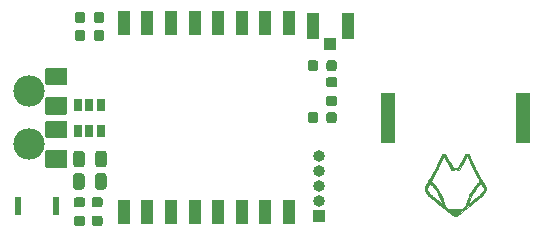
<source format=gts>
%TF.GenerationSoftware,KiCad,Pcbnew,5.1.8-db9833491~88~ubuntu20.04.1*%
%TF.CreationDate,2021-02-21T13:37:15+01:00*%
%TF.ProjectId,RF_STICK,52465f53-5449-4434-9b2e-6b696361645f,rev?*%
%TF.SameCoordinates,PX8f0d180PY41cdb40*%
%TF.FileFunction,Soldermask,Top*%
%TF.FilePolarity,Negative*%
%FSLAX46Y46*%
G04 Gerber Fmt 4.6, Leading zero omitted, Abs format (unit mm)*
G04 Created by KiCad (PCBNEW 5.1.8-db9833491~88~ubuntu20.04.1) date 2021-02-21 13:37:15*
%MOMM*%
%LPD*%
G01*
G04 APERTURE LIST*
%ADD10C,0.010000*%
%ADD11R,0.550000X1.500000*%
%ADD12R,1.000000X1.000000*%
%ADD13O,1.000000X1.000000*%
%ADD14R,1.050000X2.200000*%
%ADD15R,1.000000X1.050000*%
%ADD16R,0.650000X1.060000*%
%ADD17R,1.150000X4.200000*%
%ADD18R,1.000000X2.000000*%
%ADD19C,2.660000*%
G04 APERTURE END LIST*
D10*
%TO.C,MARK1*%
G36*
X37409364Y6398781D02*
G01*
X37431629Y6370224D01*
X37458419Y6330180D01*
X37484821Y6286109D01*
X37491278Y6274427D01*
X37505577Y6248376D01*
X37529039Y6206072D01*
X37560441Y6149705D01*
X37598557Y6081465D01*
X37642164Y6003540D01*
X37690037Y5918122D01*
X37740952Y5827398D01*
X37793685Y5733560D01*
X37797175Y5727354D01*
X38057568Y5264333D01*
X38492432Y5264333D01*
X38752825Y5727354D01*
X38805634Y5821321D01*
X38856706Y5912315D01*
X38904816Y5998149D01*
X38948740Y6076631D01*
X38987254Y6145573D01*
X39019133Y6202785D01*
X39043153Y6246078D01*
X39058089Y6273261D01*
X39058722Y6274427D01*
X39084171Y6318305D01*
X39111341Y6360179D01*
X39135320Y6392591D01*
X39140635Y6398781D01*
X39177046Y6439083D01*
X39363252Y6439083D01*
X39394671Y6396361D01*
X39405485Y6378228D01*
X39424174Y6342995D01*
X39449702Y6292765D01*
X39481035Y6229637D01*
X39517139Y6155714D01*
X39556979Y6073097D01*
X39599521Y5983887D01*
X39640860Y5896298D01*
X39714077Y5740417D01*
X39779269Y5601790D01*
X39837409Y5478512D01*
X39889472Y5368676D01*
X39936430Y5270377D01*
X39979256Y5181711D01*
X40018923Y5100771D01*
X40056404Y5025653D01*
X40092673Y4954450D01*
X40128702Y4885258D01*
X40165465Y4816170D01*
X40203934Y4745282D01*
X40245083Y4670687D01*
X40289884Y4590482D01*
X40339312Y4502759D01*
X40394338Y4405614D01*
X40455936Y4297141D01*
X40471641Y4269500D01*
X40841458Y3618625D01*
X40844988Y3500648D01*
X40846068Y3445602D01*
X40844906Y3405002D01*
X40840687Y3372174D01*
X40832598Y3340445D01*
X40821433Y3307585D01*
X40775529Y3198811D01*
X40718644Y3099327D01*
X40647274Y3003573D01*
X40588016Y2937048D01*
X40571807Y2922020D01*
X40540108Y2894665D01*
X40493981Y2855849D01*
X40434488Y2806437D01*
X40362690Y2747296D01*
X40279650Y2679292D01*
X40186430Y2603289D01*
X40084092Y2520155D01*
X39973698Y2430754D01*
X39856309Y2335954D01*
X39732989Y2236618D01*
X39604799Y2133614D01*
X39472801Y2027807D01*
X39468340Y2024236D01*
X38412722Y1179167D01*
X38272423Y1179956D01*
X38132125Y1180745D01*
X37091371Y2014685D01*
X36960376Y2119728D01*
X36833222Y2221845D01*
X36710970Y2320174D01*
X36594684Y2413856D01*
X36485424Y2502029D01*
X36384252Y2583834D01*
X36292231Y2658410D01*
X36210422Y2724896D01*
X36139888Y2782432D01*
X36081689Y2830156D01*
X36036889Y2867209D01*
X36006549Y2892730D01*
X35992055Y2905542D01*
X35948600Y2951465D01*
X35901863Y3006961D01*
X35856243Y3066257D01*
X35816140Y3123583D01*
X35785956Y3173165D01*
X35781372Y3181889D01*
X35764128Y3219025D01*
X35744621Y3265631D01*
X35728475Y3307839D01*
X35716277Y3344143D01*
X35708665Y3375651D01*
X35704829Y3409031D01*
X35703958Y3450948D01*
X35704332Y3468601D01*
X35856930Y3468601D01*
X35868404Y3423350D01*
X35890794Y3368575D01*
X35922365Y3307277D01*
X35961383Y3242456D01*
X36006111Y3177114D01*
X36054816Y3114251D01*
X36105762Y3056869D01*
X36127934Y3034620D01*
X36142610Y3021728D01*
X36171416Y2997557D01*
X36212658Y2963472D01*
X36264642Y2920840D01*
X36325675Y2871026D01*
X36394063Y2815397D01*
X36468112Y2755319D01*
X36546128Y2692158D01*
X36626418Y2627280D01*
X36707289Y2562051D01*
X36787045Y2497837D01*
X36863995Y2436004D01*
X36936443Y2377919D01*
X37002696Y2324946D01*
X37061061Y2278454D01*
X37109844Y2239807D01*
X37147351Y2210371D01*
X37171889Y2191514D01*
X37181763Y2184600D01*
X37181824Y2184591D01*
X37179406Y2193985D01*
X37171249Y2219753D01*
X37158536Y2258270D01*
X37142453Y2305906D01*
X37137355Y2320829D01*
X37069510Y2503016D01*
X36988700Y2692960D01*
X36897511Y2885629D01*
X36798527Y3075988D01*
X36694334Y3259005D01*
X36587518Y3429644D01*
X36509346Y3543538D01*
X36467445Y3598097D01*
X36417045Y3657602D01*
X36361856Y3718201D01*
X36305589Y3776042D01*
X36251952Y3827271D01*
X36204656Y3868036D01*
X36177518Y3888142D01*
X36145110Y3909038D01*
X36119381Y3924253D01*
X36105457Y3930775D01*
X36104916Y3930833D01*
X36097635Y3922087D01*
X36081940Y3897936D01*
X36059634Y3861516D01*
X36032518Y3815963D01*
X36002395Y3764412D01*
X35971064Y3709997D01*
X35940329Y3655854D01*
X35911990Y3605119D01*
X35887849Y3560925D01*
X35869708Y3526409D01*
X35859367Y3504705D01*
X35858108Y3501326D01*
X35856930Y3468601D01*
X35704332Y3468601D01*
X35705012Y3500648D01*
X35708542Y3618625D01*
X35979453Y4095427D01*
X36193055Y4095427D01*
X36200732Y4085743D01*
X36223100Y4070911D01*
X36255378Y4054084D01*
X36256555Y4053532D01*
X36285990Y4037916D01*
X36316240Y4017439D01*
X36350465Y3989483D01*
X36391826Y3951429D01*
X36443483Y3900661D01*
X36454667Y3889418D01*
X36551478Y3784980D01*
X36644592Y3670114D01*
X36735481Y3542651D01*
X36825615Y3400420D01*
X36916467Y3241252D01*
X36992804Y3096042D01*
X37078159Y2923096D01*
X37151437Y2763123D01*
X37213974Y2612723D01*
X37267104Y2468493D01*
X37312165Y2327033D01*
X37350273Y2185825D01*
X37364089Y2130819D01*
X37376604Y2082743D01*
X37386761Y2045534D01*
X37393499Y2023130D01*
X37395173Y2018852D01*
X37405102Y2008871D01*
X37429115Y1987841D01*
X37464709Y1957862D01*
X37509379Y1921032D01*
X37560622Y1879449D01*
X37581792Y1862442D01*
X37645916Y1811642D01*
X37695740Y1773570D01*
X37732939Y1747072D01*
X37759191Y1730996D01*
X37776173Y1724188D01*
X37782875Y1724140D01*
X37803840Y1729804D01*
X37837589Y1738806D01*
X37872833Y1748145D01*
X37895326Y1753351D01*
X37920749Y1757475D01*
X37951709Y1760631D01*
X37990813Y1762933D01*
X38040667Y1764494D01*
X38103877Y1765427D01*
X38183052Y1765845D01*
X38280292Y1765863D01*
X38375183Y1765652D01*
X38451657Y1765198D01*
X38512465Y1764346D01*
X38560357Y1762943D01*
X38598081Y1760835D01*
X38628390Y1757866D01*
X38654031Y1753884D01*
X38677756Y1748733D01*
X38702315Y1742260D01*
X38702571Y1742189D01*
X38744691Y1731919D01*
X38777592Y1726642D01*
X38796299Y1727104D01*
X38797821Y1727890D01*
X38835294Y1757006D01*
X38879835Y1792228D01*
X38928630Y1831260D01*
X38978859Y1871803D01*
X39027708Y1911562D01*
X39072358Y1948241D01*
X39109993Y1979541D01*
X39137796Y2003168D01*
X39152950Y2016823D01*
X39154827Y2018957D01*
X39159611Y2033084D01*
X39168306Y2063853D01*
X39179853Y2107329D01*
X39193194Y2159579D01*
X39199727Y2185825D01*
X39201431Y2192136D01*
X39376986Y2192136D01*
X39378317Y2192298D01*
X39388751Y2200595D01*
X39414244Y2220941D01*
X39453327Y2252163D01*
X39504532Y2293085D01*
X39566391Y2342535D01*
X39637433Y2399338D01*
X39716191Y2462320D01*
X39801196Y2530306D01*
X39890979Y2602124D01*
X39894250Y2604741D01*
X40007870Y2695779D01*
X40106212Y2774978D01*
X40190654Y2843560D01*
X40262569Y2902754D01*
X40323333Y2953784D01*
X40374322Y2997876D01*
X40416910Y3036255D01*
X40452474Y3070147D01*
X40482389Y3100779D01*
X40508029Y3129374D01*
X40530770Y3157160D01*
X40551988Y3185362D01*
X40562866Y3200583D01*
X40601905Y3260480D01*
X40635982Y3321373D01*
X40663539Y3379634D01*
X40683022Y3431638D01*
X40692874Y3473758D01*
X40691892Y3501326D01*
X40684083Y3518841D01*
X40667964Y3550054D01*
X40645336Y3591831D01*
X40618000Y3641035D01*
X40587760Y3694533D01*
X40556415Y3749189D01*
X40525767Y3801867D01*
X40497619Y3849433D01*
X40473771Y3888751D01*
X40456026Y3916687D01*
X40446184Y3930105D01*
X40445083Y3930833D01*
X40432603Y3925334D01*
X40407813Y3910843D01*
X40375836Y3890375D01*
X40372481Y3888142D01*
X40331766Y3856903D01*
X40282135Y3812526D01*
X40227300Y3758865D01*
X40170969Y3699772D01*
X40116852Y3639098D01*
X40068658Y3580697D01*
X40040653Y3543538D01*
X39933096Y3384418D01*
X39826350Y3209232D01*
X39722996Y3023007D01*
X39625614Y2830770D01*
X39536787Y2637547D01*
X39459094Y2448366D01*
X39412202Y2319536D01*
X39396175Y2270849D01*
X39384388Y2231226D01*
X39377704Y2203908D01*
X39376986Y2192136D01*
X39201431Y2192136D01*
X39238090Y2327902D01*
X39283196Y2469368D01*
X39336381Y2613626D01*
X39398979Y2764075D01*
X39472327Y2924117D01*
X39557196Y3096042D01*
X39649742Y3270774D01*
X39740359Y3426784D01*
X39830520Y3566241D01*
X39921696Y3691315D01*
X40015357Y3804176D01*
X40095333Y3889418D01*
X40149292Y3942885D01*
X40192357Y3983142D01*
X40227690Y4012806D01*
X40258449Y4034497D01*
X40287795Y4050831D01*
X40293444Y4053532D01*
X40325968Y4070371D01*
X40348738Y4085320D01*
X40356975Y4095223D01*
X40356944Y4095427D01*
X40351363Y4106834D01*
X40336452Y4134564D01*
X40313361Y4176547D01*
X40283243Y4230715D01*
X40247246Y4295001D01*
X40206523Y4367337D01*
X40162223Y4445654D01*
X40153774Y4460552D01*
X40101831Y4552813D01*
X40053780Y4639850D01*
X40008036Y4724770D01*
X39963010Y4810683D01*
X39917115Y4900696D01*
X39868766Y4997917D01*
X39816375Y5105455D01*
X39758355Y5226417D01*
X39700168Y5349000D01*
X39651291Y5452444D01*
X39603680Y5553381D01*
X39558379Y5649588D01*
X39516429Y5738846D01*
X39478872Y5818933D01*
X39446750Y5887628D01*
X39421107Y5942710D01*
X39402983Y5981959D01*
X39397233Y5994583D01*
X39372031Y6049500D01*
X39344922Y6107134D01*
X39319907Y6159037D01*
X39307322Y6184399D01*
X39267592Y6263090D01*
X39248032Y6237316D01*
X39236697Y6219414D01*
X39217877Y6186416D01*
X39193655Y6142108D01*
X39166110Y6090276D01*
X39146609Y6052792D01*
X39118760Y5999351D01*
X39093604Y5952132D01*
X39072994Y5914529D01*
X39058779Y5889934D01*
X39053519Y5882159D01*
X39046083Y5870631D01*
X39029477Y5842607D01*
X39004840Y5800078D01*
X38973309Y5745034D01*
X38936023Y5679467D01*
X38894119Y5605367D01*
X38848737Y5524725D01*
X38825333Y5482996D01*
X38608375Y5095715D01*
X38548037Y5095358D01*
X38501263Y5098156D01*
X38450167Y5105674D01*
X38426751Y5110875D01*
X38366194Y5121402D01*
X38294323Y5125942D01*
X38220128Y5124497D01*
X38152598Y5117066D01*
X38123249Y5110875D01*
X38076234Y5101674D01*
X38025212Y5096127D01*
X38001963Y5095358D01*
X37941625Y5095715D01*
X37724667Y5482996D01*
X37677983Y5566139D01*
X37634214Y5643727D01*
X37594500Y5713767D01*
X37559978Y5774269D01*
X37531786Y5823243D01*
X37511062Y5858696D01*
X37498944Y5878639D01*
X37496481Y5882159D01*
X37488073Y5895176D01*
X37471925Y5923667D01*
X37449886Y5964238D01*
X37423810Y6013497D01*
X37403390Y6052792D01*
X37374777Y6107571D01*
X37348075Y6157392D01*
X37325367Y6198469D01*
X37308732Y6227015D01*
X37301968Y6237316D01*
X37282408Y6263090D01*
X37242678Y6184399D01*
X37220928Y6140194D01*
X37194628Y6085074D01*
X37167782Y6027489D01*
X37152767Y5994583D01*
X37138647Y5963775D01*
X37116504Y5916061D01*
X37087380Y5853661D01*
X37052318Y5778797D01*
X37012359Y5693690D01*
X36968545Y5600561D01*
X36921919Y5501631D01*
X36873524Y5399120D01*
X36849831Y5349000D01*
X36785407Y5213339D01*
X36728035Y5093892D01*
X36676130Y4987553D01*
X36628105Y4891211D01*
X36582372Y4801760D01*
X36537345Y4716092D01*
X36491437Y4631097D01*
X36443062Y4543669D01*
X36396226Y4460552D01*
X36351394Y4381359D01*
X36309926Y4307768D01*
X36272973Y4241846D01*
X36241687Y4185660D01*
X36217217Y4141280D01*
X36200714Y4110773D01*
X36193330Y4096206D01*
X36193055Y4095427D01*
X35979453Y4095427D01*
X36078359Y4269500D01*
X36141661Y4380944D01*
X36198160Y4480607D01*
X36248830Y4570396D01*
X36294642Y4652214D01*
X36336570Y4727969D01*
X36375588Y4799565D01*
X36412668Y4868908D01*
X36448783Y4937903D01*
X36484907Y5008456D01*
X36522012Y5082472D01*
X36561072Y5161856D01*
X36603059Y5248514D01*
X36648947Y5344352D01*
X36699709Y5451275D01*
X36756318Y5571188D01*
X36819747Y5705996D01*
X36890969Y5857606D01*
X36909139Y5896298D01*
X36953272Y5989775D01*
X36995672Y6078625D01*
X37035303Y6160747D01*
X37071132Y6234040D01*
X37102123Y6296402D01*
X37127243Y6345732D01*
X37145457Y6379929D01*
X37155329Y6396361D01*
X37186748Y6439083D01*
X37372953Y6439083D01*
X37409364Y6398781D01*
G37*
X37409364Y6398781D02*
X37431629Y6370224D01*
X37458419Y6330180D01*
X37484821Y6286109D01*
X37491278Y6274427D01*
X37505577Y6248376D01*
X37529039Y6206072D01*
X37560441Y6149705D01*
X37598557Y6081465D01*
X37642164Y6003540D01*
X37690037Y5918122D01*
X37740952Y5827398D01*
X37793685Y5733560D01*
X37797175Y5727354D01*
X38057568Y5264333D01*
X38492432Y5264333D01*
X38752825Y5727354D01*
X38805634Y5821321D01*
X38856706Y5912315D01*
X38904816Y5998149D01*
X38948740Y6076631D01*
X38987254Y6145573D01*
X39019133Y6202785D01*
X39043153Y6246078D01*
X39058089Y6273261D01*
X39058722Y6274427D01*
X39084171Y6318305D01*
X39111341Y6360179D01*
X39135320Y6392591D01*
X39140635Y6398781D01*
X39177046Y6439083D01*
X39363252Y6439083D01*
X39394671Y6396361D01*
X39405485Y6378228D01*
X39424174Y6342995D01*
X39449702Y6292765D01*
X39481035Y6229637D01*
X39517139Y6155714D01*
X39556979Y6073097D01*
X39599521Y5983887D01*
X39640860Y5896298D01*
X39714077Y5740417D01*
X39779269Y5601790D01*
X39837409Y5478512D01*
X39889472Y5368676D01*
X39936430Y5270377D01*
X39979256Y5181711D01*
X40018923Y5100771D01*
X40056404Y5025653D01*
X40092673Y4954450D01*
X40128702Y4885258D01*
X40165465Y4816170D01*
X40203934Y4745282D01*
X40245083Y4670687D01*
X40289884Y4590482D01*
X40339312Y4502759D01*
X40394338Y4405614D01*
X40455936Y4297141D01*
X40471641Y4269500D01*
X40841458Y3618625D01*
X40844988Y3500648D01*
X40846068Y3445602D01*
X40844906Y3405002D01*
X40840687Y3372174D01*
X40832598Y3340445D01*
X40821433Y3307585D01*
X40775529Y3198811D01*
X40718644Y3099327D01*
X40647274Y3003573D01*
X40588016Y2937048D01*
X40571807Y2922020D01*
X40540108Y2894665D01*
X40493981Y2855849D01*
X40434488Y2806437D01*
X40362690Y2747296D01*
X40279650Y2679292D01*
X40186430Y2603289D01*
X40084092Y2520155D01*
X39973698Y2430754D01*
X39856309Y2335954D01*
X39732989Y2236618D01*
X39604799Y2133614D01*
X39472801Y2027807D01*
X39468340Y2024236D01*
X38412722Y1179167D01*
X38272423Y1179956D01*
X38132125Y1180745D01*
X37091371Y2014685D01*
X36960376Y2119728D01*
X36833222Y2221845D01*
X36710970Y2320174D01*
X36594684Y2413856D01*
X36485424Y2502029D01*
X36384252Y2583834D01*
X36292231Y2658410D01*
X36210422Y2724896D01*
X36139888Y2782432D01*
X36081689Y2830156D01*
X36036889Y2867209D01*
X36006549Y2892730D01*
X35992055Y2905542D01*
X35948600Y2951465D01*
X35901863Y3006961D01*
X35856243Y3066257D01*
X35816140Y3123583D01*
X35785956Y3173165D01*
X35781372Y3181889D01*
X35764128Y3219025D01*
X35744621Y3265631D01*
X35728475Y3307839D01*
X35716277Y3344143D01*
X35708665Y3375651D01*
X35704829Y3409031D01*
X35703958Y3450948D01*
X35704332Y3468601D01*
X35856930Y3468601D01*
X35868404Y3423350D01*
X35890794Y3368575D01*
X35922365Y3307277D01*
X35961383Y3242456D01*
X36006111Y3177114D01*
X36054816Y3114251D01*
X36105762Y3056869D01*
X36127934Y3034620D01*
X36142610Y3021728D01*
X36171416Y2997557D01*
X36212658Y2963472D01*
X36264642Y2920840D01*
X36325675Y2871026D01*
X36394063Y2815397D01*
X36468112Y2755319D01*
X36546128Y2692158D01*
X36626418Y2627280D01*
X36707289Y2562051D01*
X36787045Y2497837D01*
X36863995Y2436004D01*
X36936443Y2377919D01*
X37002696Y2324946D01*
X37061061Y2278454D01*
X37109844Y2239807D01*
X37147351Y2210371D01*
X37171889Y2191514D01*
X37181763Y2184600D01*
X37181824Y2184591D01*
X37179406Y2193985D01*
X37171249Y2219753D01*
X37158536Y2258270D01*
X37142453Y2305906D01*
X37137355Y2320829D01*
X37069510Y2503016D01*
X36988700Y2692960D01*
X36897511Y2885629D01*
X36798527Y3075988D01*
X36694334Y3259005D01*
X36587518Y3429644D01*
X36509346Y3543538D01*
X36467445Y3598097D01*
X36417045Y3657602D01*
X36361856Y3718201D01*
X36305589Y3776042D01*
X36251952Y3827271D01*
X36204656Y3868036D01*
X36177518Y3888142D01*
X36145110Y3909038D01*
X36119381Y3924253D01*
X36105457Y3930775D01*
X36104916Y3930833D01*
X36097635Y3922087D01*
X36081940Y3897936D01*
X36059634Y3861516D01*
X36032518Y3815963D01*
X36002395Y3764412D01*
X35971064Y3709997D01*
X35940329Y3655854D01*
X35911990Y3605119D01*
X35887849Y3560925D01*
X35869708Y3526409D01*
X35859367Y3504705D01*
X35858108Y3501326D01*
X35856930Y3468601D01*
X35704332Y3468601D01*
X35705012Y3500648D01*
X35708542Y3618625D01*
X35979453Y4095427D01*
X36193055Y4095427D01*
X36200732Y4085743D01*
X36223100Y4070911D01*
X36255378Y4054084D01*
X36256555Y4053532D01*
X36285990Y4037916D01*
X36316240Y4017439D01*
X36350465Y3989483D01*
X36391826Y3951429D01*
X36443483Y3900661D01*
X36454667Y3889418D01*
X36551478Y3784980D01*
X36644592Y3670114D01*
X36735481Y3542651D01*
X36825615Y3400420D01*
X36916467Y3241252D01*
X36992804Y3096042D01*
X37078159Y2923096D01*
X37151437Y2763123D01*
X37213974Y2612723D01*
X37267104Y2468493D01*
X37312165Y2327033D01*
X37350273Y2185825D01*
X37364089Y2130819D01*
X37376604Y2082743D01*
X37386761Y2045534D01*
X37393499Y2023130D01*
X37395173Y2018852D01*
X37405102Y2008871D01*
X37429115Y1987841D01*
X37464709Y1957862D01*
X37509379Y1921032D01*
X37560622Y1879449D01*
X37581792Y1862442D01*
X37645916Y1811642D01*
X37695740Y1773570D01*
X37732939Y1747072D01*
X37759191Y1730996D01*
X37776173Y1724188D01*
X37782875Y1724140D01*
X37803840Y1729804D01*
X37837589Y1738806D01*
X37872833Y1748145D01*
X37895326Y1753351D01*
X37920749Y1757475D01*
X37951709Y1760631D01*
X37990813Y1762933D01*
X38040667Y1764494D01*
X38103877Y1765427D01*
X38183052Y1765845D01*
X38280292Y1765863D01*
X38375183Y1765652D01*
X38451657Y1765198D01*
X38512465Y1764346D01*
X38560357Y1762943D01*
X38598081Y1760835D01*
X38628390Y1757866D01*
X38654031Y1753884D01*
X38677756Y1748733D01*
X38702315Y1742260D01*
X38702571Y1742189D01*
X38744691Y1731919D01*
X38777592Y1726642D01*
X38796299Y1727104D01*
X38797821Y1727890D01*
X38835294Y1757006D01*
X38879835Y1792228D01*
X38928630Y1831260D01*
X38978859Y1871803D01*
X39027708Y1911562D01*
X39072358Y1948241D01*
X39109993Y1979541D01*
X39137796Y2003168D01*
X39152950Y2016823D01*
X39154827Y2018957D01*
X39159611Y2033084D01*
X39168306Y2063853D01*
X39179853Y2107329D01*
X39193194Y2159579D01*
X39199727Y2185825D01*
X39201431Y2192136D01*
X39376986Y2192136D01*
X39378317Y2192298D01*
X39388751Y2200595D01*
X39414244Y2220941D01*
X39453327Y2252163D01*
X39504532Y2293085D01*
X39566391Y2342535D01*
X39637433Y2399338D01*
X39716191Y2462320D01*
X39801196Y2530306D01*
X39890979Y2602124D01*
X39894250Y2604741D01*
X40007870Y2695779D01*
X40106212Y2774978D01*
X40190654Y2843560D01*
X40262569Y2902754D01*
X40323333Y2953784D01*
X40374322Y2997876D01*
X40416910Y3036255D01*
X40452474Y3070147D01*
X40482389Y3100779D01*
X40508029Y3129374D01*
X40530770Y3157160D01*
X40551988Y3185362D01*
X40562866Y3200583D01*
X40601905Y3260480D01*
X40635982Y3321373D01*
X40663539Y3379634D01*
X40683022Y3431638D01*
X40692874Y3473758D01*
X40691892Y3501326D01*
X40684083Y3518841D01*
X40667964Y3550054D01*
X40645336Y3591831D01*
X40618000Y3641035D01*
X40587760Y3694533D01*
X40556415Y3749189D01*
X40525767Y3801867D01*
X40497619Y3849433D01*
X40473771Y3888751D01*
X40456026Y3916687D01*
X40446184Y3930105D01*
X40445083Y3930833D01*
X40432603Y3925334D01*
X40407813Y3910843D01*
X40375836Y3890375D01*
X40372481Y3888142D01*
X40331766Y3856903D01*
X40282135Y3812526D01*
X40227300Y3758865D01*
X40170969Y3699772D01*
X40116852Y3639098D01*
X40068658Y3580697D01*
X40040653Y3543538D01*
X39933096Y3384418D01*
X39826350Y3209232D01*
X39722996Y3023007D01*
X39625614Y2830770D01*
X39536787Y2637547D01*
X39459094Y2448366D01*
X39412202Y2319536D01*
X39396175Y2270849D01*
X39384388Y2231226D01*
X39377704Y2203908D01*
X39376986Y2192136D01*
X39201431Y2192136D01*
X39238090Y2327902D01*
X39283196Y2469368D01*
X39336381Y2613626D01*
X39398979Y2764075D01*
X39472327Y2924117D01*
X39557196Y3096042D01*
X39649742Y3270774D01*
X39740359Y3426784D01*
X39830520Y3566241D01*
X39921696Y3691315D01*
X40015357Y3804176D01*
X40095333Y3889418D01*
X40149292Y3942885D01*
X40192357Y3983142D01*
X40227690Y4012806D01*
X40258449Y4034497D01*
X40287795Y4050831D01*
X40293444Y4053532D01*
X40325968Y4070371D01*
X40348738Y4085320D01*
X40356975Y4095223D01*
X40356944Y4095427D01*
X40351363Y4106834D01*
X40336452Y4134564D01*
X40313361Y4176547D01*
X40283243Y4230715D01*
X40247246Y4295001D01*
X40206523Y4367337D01*
X40162223Y4445654D01*
X40153774Y4460552D01*
X40101831Y4552813D01*
X40053780Y4639850D01*
X40008036Y4724770D01*
X39963010Y4810683D01*
X39917115Y4900696D01*
X39868766Y4997917D01*
X39816375Y5105455D01*
X39758355Y5226417D01*
X39700168Y5349000D01*
X39651291Y5452444D01*
X39603680Y5553381D01*
X39558379Y5649588D01*
X39516429Y5738846D01*
X39478872Y5818933D01*
X39446750Y5887628D01*
X39421107Y5942710D01*
X39402983Y5981959D01*
X39397233Y5994583D01*
X39372031Y6049500D01*
X39344922Y6107134D01*
X39319907Y6159037D01*
X39307322Y6184399D01*
X39267592Y6263090D01*
X39248032Y6237316D01*
X39236697Y6219414D01*
X39217877Y6186416D01*
X39193655Y6142108D01*
X39166110Y6090276D01*
X39146609Y6052792D01*
X39118760Y5999351D01*
X39093604Y5952132D01*
X39072994Y5914529D01*
X39058779Y5889934D01*
X39053519Y5882159D01*
X39046083Y5870631D01*
X39029477Y5842607D01*
X39004840Y5800078D01*
X38973309Y5745034D01*
X38936023Y5679467D01*
X38894119Y5605367D01*
X38848737Y5524725D01*
X38825333Y5482996D01*
X38608375Y5095715D01*
X38548037Y5095358D01*
X38501263Y5098156D01*
X38450167Y5105674D01*
X38426751Y5110875D01*
X38366194Y5121402D01*
X38294323Y5125942D01*
X38220128Y5124497D01*
X38152598Y5117066D01*
X38123249Y5110875D01*
X38076234Y5101674D01*
X38025212Y5096127D01*
X38001963Y5095358D01*
X37941625Y5095715D01*
X37724667Y5482996D01*
X37677983Y5566139D01*
X37634214Y5643727D01*
X37594500Y5713767D01*
X37559978Y5774269D01*
X37531786Y5823243D01*
X37511062Y5858696D01*
X37498944Y5878639D01*
X37496481Y5882159D01*
X37488073Y5895176D01*
X37471925Y5923667D01*
X37449886Y5964238D01*
X37423810Y6013497D01*
X37403390Y6052792D01*
X37374777Y6107571D01*
X37348075Y6157392D01*
X37325367Y6198469D01*
X37308732Y6227015D01*
X37301968Y6237316D01*
X37282408Y6263090D01*
X37242678Y6184399D01*
X37220928Y6140194D01*
X37194628Y6085074D01*
X37167782Y6027489D01*
X37152767Y5994583D01*
X37138647Y5963775D01*
X37116504Y5916061D01*
X37087380Y5853661D01*
X37052318Y5778797D01*
X37012359Y5693690D01*
X36968545Y5600561D01*
X36921919Y5501631D01*
X36873524Y5399120D01*
X36849831Y5349000D01*
X36785407Y5213339D01*
X36728035Y5093892D01*
X36676130Y4987553D01*
X36628105Y4891211D01*
X36582372Y4801760D01*
X36537345Y4716092D01*
X36491437Y4631097D01*
X36443062Y4543669D01*
X36396226Y4460552D01*
X36351394Y4381359D01*
X36309926Y4307768D01*
X36272973Y4241846D01*
X36241687Y4185660D01*
X36217217Y4141280D01*
X36200714Y4110773D01*
X36193330Y4096206D01*
X36193055Y4095427D01*
X35979453Y4095427D01*
X36078359Y4269500D01*
X36141661Y4380944D01*
X36198160Y4480607D01*
X36248830Y4570396D01*
X36294642Y4652214D01*
X36336570Y4727969D01*
X36375588Y4799565D01*
X36412668Y4868908D01*
X36448783Y4937903D01*
X36484907Y5008456D01*
X36522012Y5082472D01*
X36561072Y5161856D01*
X36603059Y5248514D01*
X36648947Y5344352D01*
X36699709Y5451275D01*
X36756318Y5571188D01*
X36819747Y5705996D01*
X36890969Y5857606D01*
X36909139Y5896298D01*
X36953272Y5989775D01*
X36995672Y6078625D01*
X37035303Y6160747D01*
X37071132Y6234040D01*
X37102123Y6296402D01*
X37127243Y6345732D01*
X37145457Y6379929D01*
X37155329Y6396361D01*
X37186748Y6439083D01*
X37372953Y6439083D01*
X37409364Y6398781D01*
%TD*%
D11*
%TO.C,SW1*%
X4475000Y2025000D03*
X1225000Y2025000D03*
%TD*%
D12*
%TO.C,J2*%
X26725000Y1150000D03*
D13*
X26725000Y2420000D03*
X26725000Y3690000D03*
X26725000Y4960000D03*
X26725000Y6230000D03*
%TD*%
D14*
%TO.C,J3*%
X26225000Y17275000D03*
D15*
X27700000Y15750000D03*
D14*
X29175000Y17275000D03*
%TD*%
D16*
%TO.C,U2*%
X7300000Y8400000D03*
X8250000Y8400000D03*
X6350000Y8400000D03*
X6350000Y10600000D03*
X7300000Y10600000D03*
X8250000Y10600000D03*
%TD*%
%TO.C,R5*%
G36*
G01*
X7650000Y16203750D02*
X7650000Y16716250D01*
G75*
G02*
X7868750Y16935000I218750J0D01*
G01*
X8306250Y16935000D01*
G75*
G02*
X8525000Y16716250I0J-218750D01*
G01*
X8525000Y16203750D01*
G75*
G02*
X8306250Y15985000I-218750J0D01*
G01*
X7868750Y15985000D01*
G75*
G02*
X7650000Y16203750I0J218750D01*
G01*
G37*
G36*
G01*
X6075000Y16203750D02*
X6075000Y16716250D01*
G75*
G02*
X6293750Y16935000I218750J0D01*
G01*
X6731250Y16935000D01*
G75*
G02*
X6950000Y16716250I0J-218750D01*
G01*
X6950000Y16203750D01*
G75*
G02*
X6731250Y15985000I-218750J0D01*
G01*
X6293750Y15985000D01*
G75*
G02*
X6075000Y16203750I0J218750D01*
G01*
G37*
%TD*%
%TO.C,R3*%
G36*
G01*
X26662500Y9756250D02*
X26662500Y9243750D01*
G75*
G02*
X26443750Y9025000I-218750J0D01*
G01*
X26006250Y9025000D01*
G75*
G02*
X25787500Y9243750I0J218750D01*
G01*
X25787500Y9756250D01*
G75*
G02*
X26006250Y9975000I218750J0D01*
G01*
X26443750Y9975000D01*
G75*
G02*
X26662500Y9756250I0J-218750D01*
G01*
G37*
G36*
G01*
X28237500Y9756250D02*
X28237500Y9243750D01*
G75*
G02*
X28018750Y9025000I-218750J0D01*
G01*
X27581250Y9025000D01*
G75*
G02*
X27362500Y9243750I0J218750D01*
G01*
X27362500Y9756250D01*
G75*
G02*
X27581250Y9975000I218750J0D01*
G01*
X28018750Y9975000D01*
G75*
G02*
X28237500Y9756250I0J-218750D01*
G01*
G37*
%TD*%
%TO.C,R2*%
G36*
G01*
X28056250Y12062500D02*
X27543750Y12062500D01*
G75*
G02*
X27325000Y12281250I0J218750D01*
G01*
X27325000Y12718750D01*
G75*
G02*
X27543750Y12937500I218750J0D01*
G01*
X28056250Y12937500D01*
G75*
G02*
X28275000Y12718750I0J-218750D01*
G01*
X28275000Y12281250D01*
G75*
G02*
X28056250Y12062500I-218750J0D01*
G01*
G37*
G36*
G01*
X28056250Y10487500D02*
X27543750Y10487500D01*
G75*
G02*
X27325000Y10706250I0J218750D01*
G01*
X27325000Y11143750D01*
G75*
G02*
X27543750Y11362500I218750J0D01*
G01*
X28056250Y11362500D01*
G75*
G02*
X28275000Y11143750I0J-218750D01*
G01*
X28275000Y10706250D01*
G75*
G02*
X28056250Y10487500I-218750J0D01*
G01*
G37*
%TD*%
%TO.C,R1*%
G36*
G01*
X26662500Y14156250D02*
X26662500Y13643750D01*
G75*
G02*
X26443750Y13425000I-218750J0D01*
G01*
X26006250Y13425000D01*
G75*
G02*
X25787500Y13643750I0J218750D01*
G01*
X25787500Y14156250D01*
G75*
G02*
X26006250Y14375000I218750J0D01*
G01*
X26443750Y14375000D01*
G75*
G02*
X26662500Y14156250I0J-218750D01*
G01*
G37*
G36*
G01*
X28237500Y14156250D02*
X28237500Y13643750D01*
G75*
G02*
X28018750Y13425000I-218750J0D01*
G01*
X27581250Y13425000D01*
G75*
G02*
X27362500Y13643750I0J218750D01*
G01*
X27362500Y14156250D01*
G75*
G02*
X27581250Y14375000I218750J0D01*
G01*
X28018750Y14375000D01*
G75*
G02*
X28237500Y14156250I0J-218750D01*
G01*
G37*
%TD*%
%TO.C,FB1*%
G36*
G01*
X6887500Y4556250D02*
X6887500Y3643750D01*
G75*
G02*
X6643750Y3400000I-243750J0D01*
G01*
X6156250Y3400000D01*
G75*
G02*
X5912500Y3643750I0J243750D01*
G01*
X5912500Y4556250D01*
G75*
G02*
X6156250Y4800000I243750J0D01*
G01*
X6643750Y4800000D01*
G75*
G02*
X6887500Y4556250I0J-243750D01*
G01*
G37*
G36*
G01*
X8762500Y4556250D02*
X8762500Y3643750D01*
G75*
G02*
X8518750Y3400000I-243750J0D01*
G01*
X8031250Y3400000D01*
G75*
G02*
X7787500Y3643750I0J243750D01*
G01*
X7787500Y4556250D01*
G75*
G02*
X8031250Y4800000I243750J0D01*
G01*
X8518750Y4800000D01*
G75*
G02*
X8762500Y4556250I0J-243750D01*
G01*
G37*
%TD*%
%TO.C,D3*%
G36*
G01*
X8206250Y1900000D02*
X7693750Y1900000D01*
G75*
G02*
X7475000Y2118750I0J218750D01*
G01*
X7475000Y2556250D01*
G75*
G02*
X7693750Y2775000I218750J0D01*
G01*
X8206250Y2775000D01*
G75*
G02*
X8425000Y2556250I0J-218750D01*
G01*
X8425000Y2118750D01*
G75*
G02*
X8206250Y1900000I-218750J0D01*
G01*
G37*
G36*
G01*
X8206250Y325000D02*
X7693750Y325000D01*
G75*
G02*
X7475000Y543750I0J218750D01*
G01*
X7475000Y981250D01*
G75*
G02*
X7693750Y1200000I218750J0D01*
G01*
X8206250Y1200000D01*
G75*
G02*
X8425000Y981250I0J-218750D01*
G01*
X8425000Y543750D01*
G75*
G02*
X8206250Y325000I-218750J0D01*
G01*
G37*
%TD*%
%TO.C,D2*%
G36*
G01*
X6706250Y1900000D02*
X6193750Y1900000D01*
G75*
G02*
X5975000Y2118750I0J218750D01*
G01*
X5975000Y2556250D01*
G75*
G02*
X6193750Y2775000I218750J0D01*
G01*
X6706250Y2775000D01*
G75*
G02*
X6925000Y2556250I0J-218750D01*
G01*
X6925000Y2118750D01*
G75*
G02*
X6706250Y1900000I-218750J0D01*
G01*
G37*
G36*
G01*
X6706250Y325000D02*
X6193750Y325000D01*
G75*
G02*
X5975000Y543750I0J218750D01*
G01*
X5975000Y981250D01*
G75*
G02*
X6193750Y1200000I218750J0D01*
G01*
X6706250Y1200000D01*
G75*
G02*
X6925000Y981250I0J-218750D01*
G01*
X6925000Y543750D01*
G75*
G02*
X6706250Y325000I-218750J0D01*
G01*
G37*
%TD*%
%TO.C,D1*%
G36*
G01*
X6950000Y18236250D02*
X6950000Y17723750D01*
G75*
G02*
X6731250Y17505000I-218750J0D01*
G01*
X6293750Y17505000D01*
G75*
G02*
X6075000Y17723750I0J218750D01*
G01*
X6075000Y18236250D01*
G75*
G02*
X6293750Y18455000I218750J0D01*
G01*
X6731250Y18455000D01*
G75*
G02*
X6950000Y18236250I0J-218750D01*
G01*
G37*
G36*
G01*
X8525000Y18236250D02*
X8525000Y17723750D01*
G75*
G02*
X8306250Y17505000I-218750J0D01*
G01*
X7868750Y17505000D01*
G75*
G02*
X7650000Y17723750I0J218750D01*
G01*
X7650000Y18236250D01*
G75*
G02*
X7868750Y18455000I218750J0D01*
G01*
X8306250Y18455000D01*
G75*
G02*
X8525000Y18236250I0J-218750D01*
G01*
G37*
%TD*%
%TO.C,C1*%
G36*
G01*
X7787500Y5543750D02*
X7787500Y6456250D01*
G75*
G02*
X8031250Y6700000I243750J0D01*
G01*
X8518750Y6700000D01*
G75*
G02*
X8762500Y6456250I0J-243750D01*
G01*
X8762500Y5543750D01*
G75*
G02*
X8518750Y5300000I-243750J0D01*
G01*
X8031250Y5300000D01*
G75*
G02*
X7787500Y5543750I0J243750D01*
G01*
G37*
G36*
G01*
X5912500Y5543750D02*
X5912500Y6456250D01*
G75*
G02*
X6156250Y6700000I243750J0D01*
G01*
X6643750Y6700000D01*
G75*
G02*
X6887500Y6456250I0J-243750D01*
G01*
X6887500Y5543750D01*
G75*
G02*
X6643750Y5300000I-243750J0D01*
G01*
X6156250Y5300000D01*
G75*
G02*
X5912500Y5543750I0J243750D01*
G01*
G37*
%TD*%
D17*
%TO.C,AE1*%
X44000000Y9500000D03*
X32550000Y9500000D03*
%TD*%
D18*
%TO.C,U3*%
X10200000Y17500000D03*
X12200000Y17500000D03*
X14200000Y17500000D03*
X16200000Y17500000D03*
X18200000Y17500000D03*
X20200000Y17500000D03*
X22200000Y17500000D03*
X24200000Y17500000D03*
X24200000Y1500000D03*
X22200000Y1500000D03*
X20200000Y1500000D03*
X18200000Y1500000D03*
X16200000Y1500000D03*
X14200000Y1500000D03*
X12200000Y1500000D03*
X10200000Y1500000D03*
%TD*%
%TO.C,J1*%
G36*
G01*
X3570000Y5350000D02*
X3570000Y6650000D01*
G75*
G02*
X3650000Y6730000I80000J0D01*
G01*
X5350000Y6730000D01*
G75*
G02*
X5430000Y6650000I0J-80000D01*
G01*
X5430000Y5350000D01*
G75*
G02*
X5350000Y5270000I-80000J0D01*
G01*
X3650000Y5270000D01*
G75*
G02*
X3570000Y5350000I0J80000D01*
G01*
G37*
G36*
G01*
X3570000Y7850000D02*
X3570000Y9150000D01*
G75*
G02*
X3650000Y9230000I80000J0D01*
G01*
X5350000Y9230000D01*
G75*
G02*
X5430000Y9150000I0J-80000D01*
G01*
X5430000Y7850000D01*
G75*
G02*
X5350000Y7770000I-80000J0D01*
G01*
X3650000Y7770000D01*
G75*
G02*
X3570000Y7850000I0J80000D01*
G01*
G37*
G36*
G01*
X3570000Y9850000D02*
X3570000Y11150000D01*
G75*
G02*
X3650000Y11230000I80000J0D01*
G01*
X5350000Y11230000D01*
G75*
G02*
X5430000Y11150000I0J-80000D01*
G01*
X5430000Y9850000D01*
G75*
G02*
X5350000Y9770000I-80000J0D01*
G01*
X3650000Y9770000D01*
G75*
G02*
X3570000Y9850000I0J80000D01*
G01*
G37*
G36*
G01*
X3570000Y12350000D02*
X3570000Y13650000D01*
G75*
G02*
X3650000Y13730000I80000J0D01*
G01*
X5350000Y13730000D01*
G75*
G02*
X5430000Y13650000I0J-80000D01*
G01*
X5430000Y12350000D01*
G75*
G02*
X5350000Y12270000I-80000J0D01*
G01*
X3650000Y12270000D01*
G75*
G02*
X3570000Y12350000I0J80000D01*
G01*
G37*
D19*
X2150000Y7250000D03*
X2150000Y11750000D03*
%TD*%
M02*

</source>
